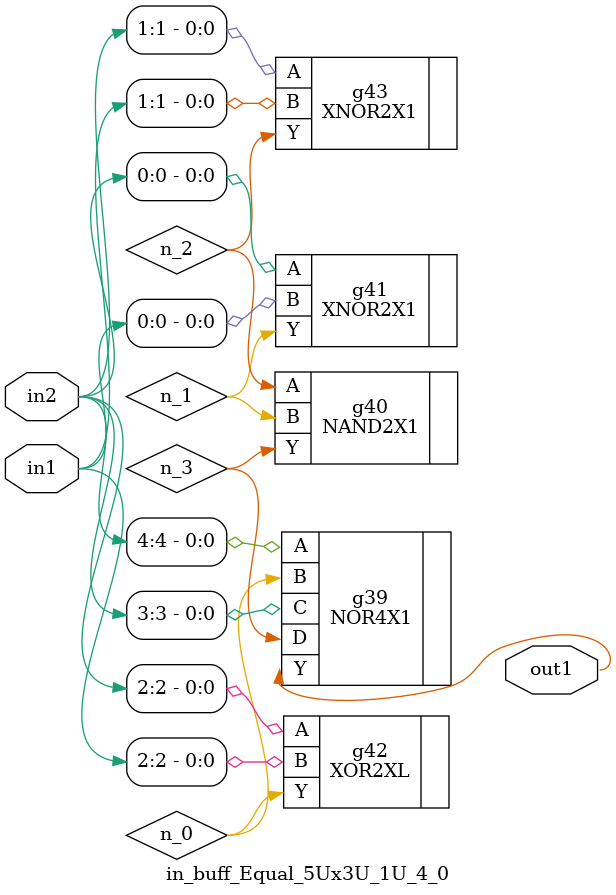
<source format=v>
`timescale 1ps / 1ps


module in_buff_Equal_5Ux3U_1U_4_0(in2, in1, out1);
  input [4:0] in2;
  input [2:0] in1;
  output out1;
  wire [4:0] in2;
  wire [2:0] in1;
  wire out1;
  wire n_0, n_1, n_2, n_3;
  NOR4X1 g39(.A (in2[4]), .B (n_0), .C (in2[3]), .D (n_3), .Y (out1));
  NAND2X1 g40(.A (n_2), .B (n_1), .Y (n_3));
  XNOR2X1 g43(.A (in2[1]), .B (in1[1]), .Y (n_2));
  XNOR2X1 g41(.A (in2[0]), .B (in1[0]), .Y (n_1));
  XOR2XL g42(.A (in2[2]), .B (in1[2]), .Y (n_0));
endmodule



</source>
